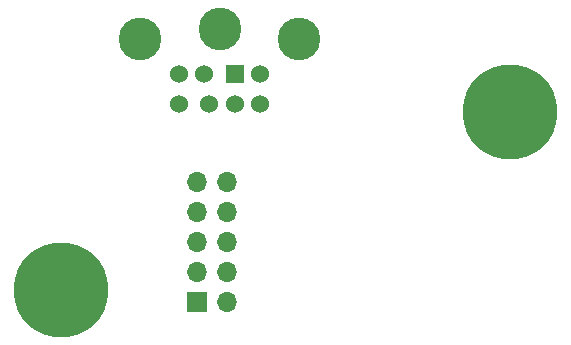
<source format=gbs>
%TF.GenerationSoftware,KiCad,Pcbnew,5.1.12-84ad8e8a86~92~ubuntu20.04.1*%
%TF.CreationDate,2021-12-07T00:05:06-06:00*%
%TF.ProjectId,portboard_mdd,706f7274-626f-4617-9264-5f726962626f,rev?*%
%TF.SameCoordinates,Original*%
%TF.FileFunction,Soldermask,Bot*%
%TF.FilePolarity,Negative*%
%FSLAX46Y46*%
G04 Gerber Fmt 4.6, Leading zero omitted, Abs format (unit mm)*
G04 Created by KiCad (PCBNEW 5.1.12-84ad8e8a86~92~ubuntu20.04.1) date 2021-12-07 00:05:06*
%MOMM*%
%LPD*%
G01*
G04 APERTURE LIST*
%ADD10C,8.000000*%
%ADD11O,1.700000X1.700000*%
%ADD12R,1.700000X1.700000*%
%ADD13C,1.524000*%
%ADD14C,3.601600*%
G04 APERTURE END LIST*
D10*
%TO.C,H2*%
X86170300Y-32434000D03*
%TD*%
%TO.C,H1*%
X48141700Y-47434000D03*
%TD*%
D11*
%TO.C,J1*%
X62230000Y-38354000D03*
X59690000Y-38354000D03*
X62230000Y-40894000D03*
X59690000Y-40894000D03*
X62230000Y-43434000D03*
X59690000Y-43434000D03*
X62230000Y-45974000D03*
X59690000Y-45974000D03*
X62230000Y-48514000D03*
D12*
X59690000Y-48514000D03*
%TD*%
D13*
%TO.C,J2*%
X60681000Y-31700000D03*
X62881000Y-31700000D03*
X64981000Y-31700000D03*
X58181000Y-31700000D03*
X58181000Y-29200000D03*
X64981000Y-29200000D03*
G36*
G01*
X63643000Y-28488800D02*
X63643000Y-29911200D01*
G75*
G02*
X63592200Y-29962000I-50800J0D01*
G01*
X62169800Y-29962000D01*
G75*
G02*
X62119000Y-29911200I0J50800D01*
G01*
X62119000Y-28488800D01*
G75*
G02*
X62169800Y-28438000I50800J0D01*
G01*
X63592200Y-28438000D01*
G75*
G02*
X63643000Y-28488800I0J-50800D01*
G01*
G37*
X60281000Y-29200000D03*
D14*
X61581000Y-25400000D03*
X68331000Y-26200000D03*
X54831000Y-26200000D03*
%TD*%
M02*

</source>
